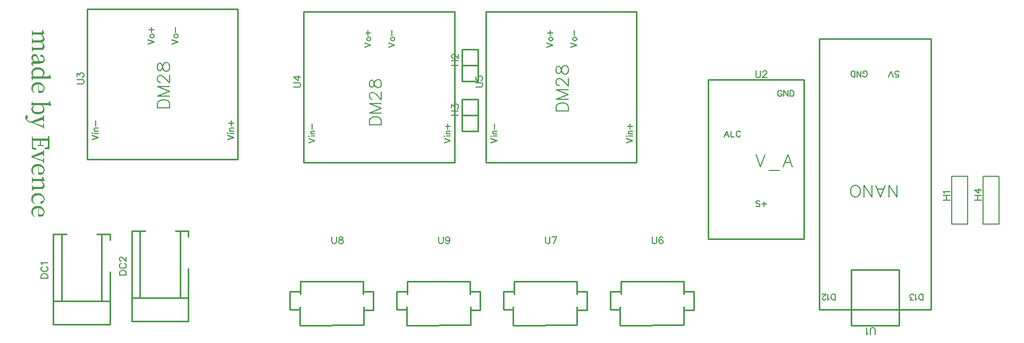
<source format=gto>
G04 Layer: TopSilkLayer*
G04 EasyEDA v6.4.7, 2021-03-07T11:36:16+08:00*
G04 29a609c2d2ff474892d28cb6706061f2,5c8f5cfc3ab7496db0bfa80374e2e714,10*
G04 Gerber Generator version 0.2*
G04 Scale: 100 percent, Rotated: No, Reflected: No *
G04 Dimensions in millimeters *
G04 leading zeros omitted , absolute positions ,3 integer and 3 decimal *
%FSLAX33Y33*%
%MOMM*%
G90*
D02*

%ADD18C,0.203200*%
%ADD19C,0.202999*%
%ADD20C,0.254000*%
%ADD22C,0.152400*%

%LPD*%
G54D18*
G01X160230Y18095D02*
G01X160230Y16190D01*
G01X162770Y16190D01*
G01X162770Y23810D01*
G01X160230Y23810D01*
G54D19*
G01X160230Y23810D02*
G01X160230Y18095D01*
G54D18*
G01X155230Y18095D02*
G01X155230Y16190D01*
G01X157770Y16190D01*
G01X157770Y23810D01*
G01X155230Y23810D01*
G54D19*
G01X155230Y23810D02*
G01X155230Y18095D01*
G54D20*
G01X77230Y33499D02*
G01X79770Y33499D01*
G01X77230Y36040D02*
G01X79770Y36040D01*
G01X79770Y30960D01*
G01X77230Y30960D01*
G01X77230Y30960D02*
G01X77230Y36040D01*
G01X77230Y41499D02*
G01X79770Y41499D01*
G01X77230Y44039D02*
G01X79770Y44039D01*
G01X79770Y38959D01*
G01X77230Y38959D01*
G01X77230Y38959D02*
G01X77230Y44039D01*
G01X85500Y4999D02*
G01X85500Y6999D01*
G01X95500Y6999D01*
G01X95500Y4999D01*
G01X95539Y49D02*
G01X95539Y2949D01*
G01X85379Y5D02*
G01X85379Y2949D01*
G01X85379Y5D02*
G01X95539Y49D01*
G01X97109Y5440D02*
G01X97109Y2449D01*
G01X83809Y5415D02*
G01X83809Y2519D01*
G01X95539Y2449D02*
G01X97109Y2449D01*
G01X83809Y2519D02*
G01X85379Y2519D01*
G01X95539Y5440D02*
G01X97109Y5440D01*
G01X83809Y5415D02*
G01X85379Y5415D01*
G01X68500Y4999D02*
G01X68500Y6999D01*
G01X78499Y6999D01*
G01X78499Y4999D01*
G01X78539Y49D02*
G01X78539Y2949D01*
G01X68379Y5D02*
G01X68379Y2949D01*
G01X68379Y5D02*
G01X78539Y49D01*
G01X80109Y5440D02*
G01X80109Y2449D01*
G01X66809Y5415D02*
G01X66809Y2519D01*
G01X78539Y2449D02*
G01X80109Y2449D01*
G01X66809Y2519D02*
G01X68379Y2519D01*
G01X78539Y5440D02*
G01X80109Y5440D01*
G01X66809Y5415D02*
G01X68379Y5415D01*
G01X51500Y4999D02*
G01X51500Y6999D01*
G01X61500Y6999D01*
G01X61500Y4999D01*
G01X61539Y49D02*
G01X61539Y2949D01*
G01X51379Y5D02*
G01X51379Y2949D01*
G01X51379Y5D02*
G01X61539Y49D01*
G01X63109Y5440D02*
G01X63109Y2449D01*
G01X49809Y5415D02*
G01X49809Y2519D01*
G01X61539Y2449D02*
G01X63109Y2449D01*
G01X49809Y2519D02*
G01X51379Y2519D01*
G01X61539Y5440D02*
G01X63109Y5440D01*
G01X49809Y5415D02*
G01X51379Y5415D01*
G01X102500Y4999D02*
G01X102500Y6999D01*
G01X112500Y6999D01*
G01X112500Y4999D01*
G01X112539Y49D02*
G01X112539Y2949D01*
G01X102379Y5D02*
G01X102379Y2949D01*
G01X102379Y5D02*
G01X112539Y49D01*
G01X114109Y5440D02*
G01X114109Y2449D01*
G01X100809Y5415D02*
G01X100809Y2519D01*
G01X112539Y2449D02*
G01X114109Y2449D01*
G01X100809Y2519D02*
G01X102379Y2519D01*
G01X112539Y5440D02*
G01X114109Y5440D01*
G01X100809Y5415D02*
G01X102379Y5415D01*
G01X17500Y26500D02*
G01X17500Y50499D01*
G01X41499Y50499D01*
G01X41499Y26500D01*
G01X17500Y26500D01*
G01X81000Y26000D02*
G01X81000Y49999D01*
G01X104999Y49999D01*
G01X104999Y26000D01*
G01X81000Y26000D01*
G01X52000Y26000D02*
G01X52000Y49999D01*
G01X76000Y49999D01*
G01X76000Y26000D01*
G01X52000Y26000D01*
G01X21149Y200D02*
G01X12149Y200D01*
G01X12149Y200D02*
G01X12149Y14600D01*
G01X21149Y3900D02*
G01X12149Y3900D01*
G01X19849Y3980D02*
G01X19849Y14600D01*
G01X13449Y3980D02*
G01X13449Y14600D01*
G01X12149Y14600D02*
G01X14225Y14600D01*
G01X19074Y14600D02*
G01X21149Y14600D01*
G01X21149Y200D02*
G01X21149Y8585D01*
G01X21149Y13614D02*
G01X21149Y14600D01*
G01X33649Y700D02*
G01X24649Y700D01*
G01X24649Y700D02*
G01X24649Y15100D01*
G01X33649Y4400D02*
G01X24649Y4400D01*
G01X32349Y4480D02*
G01X32349Y15100D01*
G01X25949Y4480D02*
G01X25949Y15100D01*
G01X24649Y15100D02*
G01X26725Y15100D01*
G01X31574Y15100D02*
G01X33649Y15100D01*
G01X33649Y700D02*
G01X33649Y9085D01*
G01X33649Y14114D02*
G01X33649Y15100D01*
G01X151890Y2529D02*
G01X134110Y2529D01*
G01X134110Y45709D01*
G01X151890Y45709D01*
G01X151890Y2529D01*
G01X146810Y-10D02*
G01X139190Y-10D01*
G01X139190Y8879D01*
G01X146810Y8879D01*
G01X146810Y-10D01*
G01X116380Y39199D02*
G01X131620Y39199D01*
G01X131620Y13799D01*
G01X116380Y13799D01*
G01X116380Y39199D01*

%LPD*%
G36*
G01X10497Y47099D02*
G01X10373Y47099D01*
G01X10337Y46766D01*
G01X10276Y46763D01*
G01X10214Y46760D01*
G01X10153Y46759D01*
G01X10089Y46757D01*
G01X10022Y46757D01*
G01X9950Y46756D01*
G01X9468Y46756D01*
G01X9411Y46757D01*
G01X9290Y46757D01*
G01X9229Y46758D01*
G01X9167Y46759D01*
G01X9105Y46759D01*
G01X9044Y46760D01*
G01X8984Y46761D01*
G01X8927Y46762D01*
G01X8872Y46764D01*
G01X8826Y47071D01*
G01X8697Y47071D01*
G01X8697Y46111D01*
G01X8826Y46111D01*
G01X8872Y46401D01*
G01X8927Y46402D01*
G01X8984Y46403D01*
G01X9044Y46404D01*
G01X9167Y46406D01*
G01X9229Y46406D01*
G01X9290Y46407D01*
G01X9351Y46407D01*
G01X9411Y46408D01*
G01X10190Y46408D01*
G01X10236Y46356D01*
G01X10278Y46305D01*
G01X10314Y46256D01*
G01X10347Y46209D01*
G01X10375Y46162D01*
G01X10399Y46116D01*
G01X10420Y46071D01*
G01X10436Y46026D01*
G01X10449Y45981D01*
G01X10457Y45935D01*
G01X10462Y45889D01*
G01X10464Y45842D01*
G01X10461Y45786D01*
G01X10453Y45734D01*
G01X10439Y45689D01*
G01X10417Y45648D01*
G01X10389Y45612D01*
G01X10353Y45582D01*
G01X10310Y45556D01*
G01X10257Y45535D01*
G01X10196Y45519D01*
G01X10126Y45508D01*
G01X10046Y45501D01*
G01X9956Y45499D01*
G01X9465Y45499D01*
G01X9407Y45500D01*
G01X9286Y45500D01*
G01X9162Y45502D01*
G01X9101Y45502D01*
G01X9041Y45503D01*
G01X8982Y45504D01*
G01X8925Y45505D01*
G01X8872Y45507D01*
G01X8826Y45822D01*
G01X8697Y45822D01*
G01X8697Y44861D01*
G01X8826Y44861D01*
G01X8872Y45149D01*
G01X8925Y45150D01*
G01X8982Y45152D01*
G01X9041Y45153D01*
G01X9101Y45155D01*
G01X9162Y45156D01*
G01X9224Y45156D01*
G01X9286Y45157D01*
G01X9347Y45158D01*
G01X9465Y45158D01*
G01X9520Y45159D01*
G01X10030Y45159D01*
G01X10085Y45162D01*
G01X10136Y45166D01*
G01X10185Y45171D01*
G01X10233Y45117D01*
G01X10276Y45064D01*
G01X10314Y45013D01*
G01X10348Y44964D01*
G01X10377Y44915D01*
G01X10401Y44868D01*
G01X10421Y44822D01*
G01X10437Y44777D01*
G01X10449Y44732D01*
G01X10458Y44688D01*
G01X10462Y44644D01*
G01X10464Y44600D01*
G01X10462Y44542D01*
G01X10454Y44490D01*
G01X10441Y44443D01*
G01X10421Y44402D01*
G01X10394Y44365D01*
G01X10360Y44334D01*
G01X10318Y44308D01*
G01X10266Y44286D01*
G01X10206Y44270D01*
G01X10136Y44258D01*
G01X10056Y44251D01*
G01X9964Y44249D01*
G01X9465Y44249D01*
G01X9407Y44250D01*
G01X9286Y44250D01*
G01X9162Y44252D01*
G01X9101Y44252D01*
G01X9041Y44253D01*
G01X8982Y44254D01*
G01X8925Y44255D01*
G01X8872Y44257D01*
G01X8826Y44564D01*
G01X8697Y44564D01*
G01X8697Y43609D01*
G01X8826Y43609D01*
G01X8872Y43901D01*
G01X8925Y43902D01*
G01X8982Y43903D01*
G01X9041Y43904D01*
G01X9101Y43905D01*
G01X9162Y43906D01*
G01X9224Y43907D01*
G01X9286Y43907D01*
G01X9347Y43908D01*
G01X9465Y43908D01*
G01X9520Y43909D01*
G01X10007Y43909D01*
G01X10100Y43911D01*
G01X10186Y43918D01*
G01X10264Y43929D01*
G01X10336Y43945D01*
G01X10403Y43964D01*
G01X10461Y43989D01*
G01X10515Y44017D01*
G01X10562Y44049D01*
G01X10602Y44085D01*
G01X10637Y44125D01*
G01X10667Y44169D01*
G01X10690Y44216D01*
G01X10708Y44268D01*
G01X10721Y44323D01*
G01X10729Y44380D01*
G01X10731Y44442D01*
G01X10730Y44492D01*
G01X10725Y44542D01*
G01X10717Y44592D01*
G01X10707Y44642D01*
G01X10694Y44691D01*
G01X10677Y44740D01*
G01X10657Y44788D01*
G01X10634Y44837D01*
G01X10608Y44884D01*
G01X10579Y44931D01*
G01X10547Y44977D01*
G01X10511Y45023D01*
G01X10473Y45068D01*
G01X10431Y45111D01*
G01X10386Y45155D01*
G01X10337Y45197D01*
G01X10403Y45217D01*
G01X10462Y45241D01*
G01X10515Y45268D01*
G01X10562Y45300D01*
G01X10602Y45335D01*
G01X10637Y45375D01*
G01X10666Y45418D01*
G01X10690Y45464D01*
G01X10708Y45516D01*
G01X10721Y45570D01*
G01X10729Y45629D01*
G01X10731Y45692D01*
G01X10728Y45756D01*
G01X10719Y45821D01*
G01X10704Y45885D01*
G01X10683Y45949D01*
G01X10658Y46013D01*
G01X10627Y46076D01*
G01X10591Y46137D01*
G01X10551Y46198D01*
G01X10507Y46256D01*
G01X10458Y46313D01*
G01X10406Y46368D01*
G01X10350Y46421D01*
G01X10688Y46454D01*
G01X10726Y46512D01*
G01X10497Y47099D01*
G37*

%LPD*%
G36*
G01X9201Y43290D02*
G01X9154Y43292D01*
G01X9093Y43289D01*
G01X9035Y43281D01*
G01X8982Y43267D01*
G01X8932Y43248D01*
G01X8887Y43225D01*
G01X8845Y43198D01*
G01X8807Y43166D01*
G01X8773Y43130D01*
G01X8742Y43091D01*
G01X8716Y43049D01*
G01X8694Y43003D01*
G01X8676Y42955D01*
G01X8662Y42905D01*
G01X8651Y42852D01*
G01X8645Y42797D01*
G01X8643Y42741D01*
G01X8645Y42680D01*
G01X8652Y42623D01*
G01X8664Y42569D01*
G01X8680Y42518D01*
G01X8701Y42468D01*
G01X8726Y42420D01*
G01X8756Y42371D01*
G01X8791Y42324D01*
G01X8831Y42274D01*
G01X8875Y42224D01*
G01X8924Y42171D01*
G01X8979Y42116D01*
G01X8906Y42098D01*
G01X8841Y42071D01*
G01X8786Y42036D01*
G01X8738Y41993D01*
G01X8701Y41942D01*
G01X8673Y41883D01*
G01X8657Y41816D01*
G01X8651Y41742D01*
G01X8653Y41689D01*
G01X8662Y41638D01*
G01X8677Y41590D01*
G01X8698Y41544D01*
G01X8728Y41501D01*
G01X8764Y41459D01*
G01X8810Y41420D01*
G01X8864Y41384D01*
G01X8943Y41460D01*
G01X8900Y41500D01*
G01X8868Y41538D01*
G01X8848Y41580D01*
G01X8841Y41628D01*
G01X8844Y41662D01*
G01X8855Y41692D01*
G01X8873Y41717D01*
G01X8900Y41739D01*
G01X8936Y41757D01*
G01X8983Y41770D01*
G01X9040Y41777D01*
G01X9108Y41780D01*
G01X10015Y41780D01*
G01X10090Y41782D01*
G01X10161Y41787D01*
G01X10227Y41794D01*
G01X10288Y41805D01*
G01X10345Y41820D01*
G01X10398Y41837D01*
G01X10446Y41858D01*
G01X10491Y41882D01*
G01X10531Y41909D01*
G01X10567Y41939D01*
G01X10600Y41973D01*
G01X10628Y42010D01*
G01X10653Y42051D01*
G01X10674Y42094D01*
G01X10692Y42142D01*
G01X10706Y42192D01*
G01X10717Y42246D01*
G01X10725Y42303D01*
G01X10730Y42364D01*
G01X10731Y42428D01*
G01X10729Y42507D01*
G01X10722Y42583D01*
G01X10711Y42656D01*
G01X10696Y42725D01*
G01X10676Y42791D01*
G01X10652Y42853D01*
G01X10624Y42911D01*
G01X10593Y42965D01*
G01X10558Y43015D01*
G01X10519Y43061D01*
G01X10477Y43102D01*
G01X10431Y43139D01*
G01X10382Y43170D01*
G01X10329Y43197D01*
G01X10274Y43219D01*
G01X10216Y43236D01*
G01X10147Y43217D01*
G01X10097Y43180D01*
G01X10066Y43124D01*
G01X10056Y43048D01*
G01X10068Y42975D01*
G01X10105Y42916D01*
G01X10166Y42871D01*
G01X10251Y42840D01*
G01X10536Y42758D01*
G01X10551Y42695D01*
G01X10562Y42635D01*
G01X10569Y42578D01*
G01X10571Y42522D01*
G01X10569Y42455D01*
G01X10561Y42395D01*
G01X10548Y42341D01*
G01X10528Y42293D01*
G01X10501Y42252D01*
G01X10466Y42217D01*
G01X10423Y42187D01*
G01X10370Y42164D01*
G01X10308Y42146D01*
G01X10234Y42133D01*
G01X10150Y42125D01*
G01X10053Y42123D01*
G01X9923Y42123D01*
G01X9908Y42186D01*
G01X9892Y42250D01*
G01X9876Y42313D01*
G01X9858Y42376D01*
G01X9841Y42436D01*
G01X9822Y42495D01*
G01X9804Y42551D01*
G01X9786Y42603D01*
G01X9750Y42700D01*
G01X9713Y42789D01*
G01X9677Y42869D01*
G01X9641Y42940D01*
G01X9604Y43004D01*
G01X9567Y43060D01*
G01X9530Y43109D01*
G01X9492Y43151D01*
G01X9453Y43187D01*
G01X9414Y43217D01*
G01X9373Y43241D01*
G01X9332Y43260D01*
G01X9289Y43274D01*
G01X9246Y43284D01*
G01X9201Y43290D01*
G37*

%LPC*%
G36*
G01X9248Y42937D02*
G01X9210Y42939D01*
G01X9131Y42932D01*
G01X9065Y42913D01*
G01X9009Y42882D01*
G01X8964Y42842D01*
G01X8930Y42792D01*
G01X8906Y42734D01*
G01X8892Y42669D01*
G01X8887Y42598D01*
G01X8890Y42545D01*
G01X8899Y42494D01*
G01X8916Y42444D01*
G01X8940Y42392D01*
G01X8973Y42336D01*
G01X9016Y42274D01*
G01X9068Y42204D01*
G01X9131Y42123D01*
G01X9794Y42123D01*
G01X9777Y42178D01*
G01X9761Y42233D01*
G01X9744Y42285D01*
G01X9711Y42384D01*
G01X9695Y42429D01*
G01X9681Y42470D01*
G01X9667Y42507D01*
G01X9631Y42592D01*
G01X9595Y42666D01*
G01X9558Y42728D01*
G01X9520Y42781D01*
G01X9481Y42825D01*
G01X9443Y42860D01*
G01X9404Y42887D01*
G01X9365Y42908D01*
G01X9326Y42922D01*
G01X9286Y42932D01*
G01X9248Y42937D01*
G37*

%LPD*%
G36*
G01X9735Y41169D02*
G01X9667Y41171D01*
G01X9602Y41169D01*
G01X9539Y41165D01*
G01X9478Y41159D01*
G01X9418Y41150D01*
G01X9360Y41138D01*
G01X9304Y41125D01*
G01X9250Y41108D01*
G01X9197Y41090D01*
G01X9147Y41069D01*
G01X9098Y41046D01*
G01X9052Y41021D01*
G01X9008Y40994D01*
G01X8966Y40964D01*
G01X8926Y40933D01*
G01X8889Y40900D01*
G01X8854Y40865D01*
G01X8822Y40827D01*
G01X8792Y40788D01*
G01X8764Y40748D01*
G01X8739Y40706D01*
G01X8717Y40662D01*
G01X8698Y40616D01*
G01X8681Y40569D01*
G01X8668Y40521D01*
G01X8657Y40470D01*
G01X8649Y40419D01*
G01X8645Y40366D01*
G01X8643Y40312D01*
G01X8645Y40250D01*
G01X8652Y40191D01*
G01X8663Y40135D01*
G01X8678Y40081D01*
G01X8698Y40029D01*
G01X8721Y39980D01*
G01X8748Y39933D01*
G01X8780Y39888D01*
G01X8814Y39844D01*
G01X8853Y39803D01*
G01X8895Y39764D01*
G01X8940Y39726D01*
G01X8653Y39703D01*
G01X8697Y39055D01*
G01X8826Y39055D01*
G01X8864Y39395D01*
G01X11158Y39395D01*
G01X11752Y39383D01*
G01X11783Y39436D01*
G01X11607Y40081D01*
G01X11480Y40081D01*
G01X11450Y39731D01*
G01X10459Y39731D01*
G01X10508Y39774D01*
G01X10551Y39819D01*
G01X10588Y39863D01*
G01X10621Y39907D01*
G01X10649Y39952D01*
G01X10672Y39997D01*
G01X10691Y40043D01*
G01X10706Y40089D01*
G01X10717Y40136D01*
G01X10725Y40183D01*
G01X10730Y40231D01*
G01X10731Y40279D01*
G01X10730Y40334D01*
G01X10725Y40387D01*
G01X10717Y40439D01*
G01X10706Y40490D01*
G01X10692Y40540D01*
G01X10675Y40588D01*
G01X10656Y40635D01*
G01X10633Y40680D01*
G01X10608Y40724D01*
G01X10580Y40767D01*
G01X10549Y40807D01*
G01X10516Y40845D01*
G01X10480Y40882D01*
G01X10442Y40917D01*
G01X10401Y40950D01*
G01X10357Y40981D01*
G01X10312Y41010D01*
G01X10264Y41037D01*
G01X10214Y41062D01*
G01X10161Y41083D01*
G01X10106Y41103D01*
G01X10049Y41121D01*
G01X9991Y41136D01*
G01X9930Y41148D01*
G01X9867Y41158D01*
G01X9802Y41165D01*
G01X9735Y41169D01*
G37*

%LPC*%
G36*
G01X9766Y40803D02*
G01X9680Y40805D01*
G01X9595Y40803D01*
G01X9516Y40797D01*
G01X9441Y40788D01*
G01X9371Y40776D01*
G01X9307Y40760D01*
G01X9246Y40742D01*
G01X9190Y40719D01*
G01X9140Y40695D01*
G01X9093Y40667D01*
G01X9051Y40636D01*
G01X9013Y40604D01*
G01X8980Y40568D01*
G01X8950Y40531D01*
G01X8925Y40491D01*
G01X8903Y40449D01*
G01X8887Y40405D01*
G01X8873Y40360D01*
G01X8864Y40312D01*
G01X8858Y40264D01*
G01X8857Y40213D01*
G01X8859Y40147D01*
G01X8868Y40084D01*
G01X8884Y40025D01*
G01X8907Y39967D01*
G01X8939Y39911D01*
G01X8980Y39854D01*
G01X9031Y39797D01*
G01X9093Y39738D01*
G01X10299Y39738D01*
G01X10357Y39806D01*
G01X10405Y39870D01*
G01X10443Y39931D01*
G01X10473Y39991D01*
G01X10494Y40048D01*
G01X10509Y40103D01*
G01X10517Y40157D01*
G01X10520Y40211D01*
G01X10518Y40258D01*
G01X10513Y40305D01*
G01X10504Y40351D01*
G01X10490Y40395D01*
G01X10473Y40438D01*
G01X10451Y40480D01*
G01X10426Y40520D01*
G01X10396Y40558D01*
G01X10362Y40594D01*
G01X10324Y40628D01*
G01X10281Y40659D01*
G01X10233Y40688D01*
G01X10181Y40714D01*
G01X10124Y40737D01*
G01X10063Y40757D01*
G01X9996Y40774D01*
G01X9924Y40787D01*
G01X9848Y40797D01*
G01X9766Y40803D01*
G37*

%LPD*%
G36*
G01X9740Y38794D02*
G01X9672Y38796D01*
G01X9603Y38794D01*
G01X9536Y38790D01*
G01X9472Y38783D01*
G01X9409Y38773D01*
G01X9349Y38760D01*
G01X9292Y38745D01*
G01X9236Y38727D01*
G01X9182Y38707D01*
G01X9131Y38684D01*
G01X9083Y38659D01*
G01X9036Y38632D01*
G01X8993Y38602D01*
G01X8952Y38570D01*
G01X8913Y38535D01*
G01X8876Y38499D01*
G01X8842Y38461D01*
G01X8811Y38420D01*
G01X8782Y38377D01*
G01X8757Y38333D01*
G01X8733Y38286D01*
G01X8712Y38239D01*
G01X8694Y38189D01*
G01X8678Y38137D01*
G01X8666Y38084D01*
G01X8656Y38029D01*
G01X8649Y37973D01*
G01X8644Y37915D01*
G01X8643Y37856D01*
G01X8645Y37788D01*
G01X8651Y37722D01*
G01X8662Y37659D01*
G01X8676Y37598D01*
G01X8695Y37539D01*
G01X8716Y37483D01*
G01X8742Y37430D01*
G01X8771Y37379D01*
G01X8804Y37331D01*
G01X8839Y37285D01*
G01X8879Y37242D01*
G01X8921Y37202D01*
G01X8966Y37164D01*
G01X9014Y37129D01*
G01X9064Y37096D01*
G01X9118Y37066D01*
G01X9177Y37150D01*
G01X9133Y37188D01*
G01X9091Y37226D01*
G01X9053Y37266D01*
G01X9018Y37308D01*
G01X8986Y37351D01*
G01X8958Y37396D01*
G01X8933Y37445D01*
G01X8913Y37496D01*
G01X8896Y37550D01*
G01X8884Y37608D01*
G01X8877Y37670D01*
G01X8874Y37737D01*
G01X8876Y37797D01*
G01X8883Y37855D01*
G01X8893Y37911D01*
G01X8908Y37965D01*
G01X8927Y38016D01*
G01X8950Y38065D01*
G01X8977Y38112D01*
G01X9008Y38155D01*
G01X9043Y38196D01*
G01X9083Y38234D01*
G01X9126Y38269D01*
G01X9174Y38301D01*
G01X9226Y38329D01*
G01X9282Y38354D01*
G01X9342Y38376D01*
G01X9407Y38394D01*
G01X9475Y38409D01*
G01X9548Y38420D01*
G01X9624Y38427D01*
G01X9705Y38430D01*
G01X9702Y37089D01*
G01X9749Y37077D01*
G01X9804Y37067D01*
G01X9866Y37061D01*
G01X9934Y37059D01*
G01X10006Y37061D01*
G01X10075Y37068D01*
G01X10142Y37080D01*
G01X10205Y37097D01*
G01X10266Y37118D01*
G01X10323Y37142D01*
G01X10377Y37171D01*
G01X10427Y37204D01*
G01X10474Y37241D01*
G01X10517Y37281D01*
G01X10556Y37324D01*
G01X10592Y37371D01*
G01X10624Y37421D01*
G01X10652Y37474D01*
G01X10676Y37529D01*
G01X10695Y37587D01*
G01X10711Y37647D01*
G01X10722Y37709D01*
G01X10729Y37774D01*
G01X10731Y37841D01*
G01X10730Y37895D01*
G01X10725Y37950D01*
G01X10717Y38003D01*
G01X10706Y38055D01*
G01X10692Y38107D01*
G01X10675Y38157D01*
G01X10656Y38206D01*
G01X10634Y38254D01*
G01X10608Y38301D01*
G01X10580Y38346D01*
G01X10550Y38390D01*
G01X10516Y38432D01*
G01X10481Y38472D01*
G01X10443Y38510D01*
G01X10401Y38547D01*
G01X10358Y38582D01*
G01X10313Y38614D01*
G01X10265Y38644D01*
G01X10215Y38671D01*
G01X10163Y38696D01*
G01X10108Y38719D01*
G01X10052Y38739D01*
G01X9994Y38756D01*
G01X9933Y38770D01*
G01X9870Y38781D01*
G01X9806Y38789D01*
G01X9740Y38794D01*
G37*

%LPC*%
G36*
G01X9952Y38417D02*
G01X9862Y38428D01*
G01X9855Y37622D01*
G01X9859Y37560D01*
G01X9872Y37510D01*
G01X9891Y37471D01*
G01X9919Y37442D01*
G01X9952Y37421D01*
G01X9992Y37408D01*
G01X10037Y37401D01*
G01X10086Y37399D01*
G01X10150Y37403D01*
G01X10211Y37414D01*
G01X10271Y37433D01*
G01X10327Y37458D01*
G01X10379Y37490D01*
G01X10425Y37527D01*
G01X10467Y37571D01*
G01X10503Y37619D01*
G01X10532Y37673D01*
G01X10553Y37731D01*
G01X10567Y37793D01*
G01X10571Y37859D01*
G01X10569Y37907D01*
G01X10561Y37955D01*
G01X10548Y38002D01*
G01X10530Y38050D01*
G01X10506Y38095D01*
G01X10477Y38140D01*
G01X10443Y38182D01*
G01X10403Y38223D01*
G01X10356Y38261D01*
G01X10304Y38296D01*
G01X10246Y38328D01*
G01X10182Y38357D01*
G01X10111Y38381D01*
G01X10035Y38401D01*
G01X9952Y38417D01*
G37*

%LPD*%
G36*
G01X11607Y35776D02*
G01X11480Y35776D01*
G01X11447Y35436D01*
G01X9411Y35436D01*
G01X9351Y35437D01*
G01X9290Y35438D01*
G01X9229Y35438D01*
G01X9105Y35440D01*
G01X9044Y35441D01*
G01X8984Y35442D01*
G01X8927Y35442D01*
G01X8872Y35443D01*
G01X8826Y35756D01*
G01X8697Y35756D01*
G01X8653Y35136D01*
G01X8940Y35100D01*
G01X8886Y35053D01*
G01X8837Y35005D01*
G01X8795Y34957D01*
G01X8760Y34908D01*
G01X8729Y34858D01*
G01X8704Y34809D01*
G01X8684Y34759D01*
G01X8668Y34709D01*
G01X8657Y34659D01*
G01X8649Y34610D01*
G01X8644Y34561D01*
G01X8643Y34514D01*
G01X8645Y34460D01*
G01X8650Y34408D01*
G01X8658Y34357D01*
G01X8669Y34308D01*
G01X8683Y34260D01*
G01X8701Y34213D01*
G01X8721Y34168D01*
G01X8744Y34124D01*
G01X8770Y34082D01*
G01X8798Y34042D01*
G01X8830Y34003D01*
G01X8863Y33966D01*
G01X8900Y33931D01*
G01X8939Y33898D01*
G01X8980Y33867D01*
G01X9024Y33837D01*
G01X9070Y33810D01*
G01X9117Y33785D01*
G01X9168Y33762D01*
G01X9220Y33741D01*
G01X9274Y33723D01*
G01X9331Y33706D01*
G01X9389Y33692D01*
G01X9448Y33681D01*
G01X9510Y33672D01*
G01X9573Y33665D01*
G01X9638Y33661D01*
G01X9705Y33660D01*
G01X9784Y33662D01*
G01X9860Y33667D01*
G01X9934Y33676D01*
G01X10005Y33688D01*
G01X10073Y33703D01*
G01X10137Y33722D01*
G01X10199Y33742D01*
G01X10258Y33767D01*
G01X10313Y33794D01*
G01X10365Y33823D01*
G01X10414Y33856D01*
G01X10460Y33890D01*
G01X10502Y33927D01*
G01X10541Y33966D01*
G01X10576Y34008D01*
G01X10608Y34051D01*
G01X10637Y34096D01*
G01X10662Y34143D01*
G01X10682Y34192D01*
G01X10700Y34242D01*
G01X10713Y34294D01*
G01X10723Y34347D01*
G01X10729Y34402D01*
G01X10731Y34458D01*
G01X10729Y34513D01*
G01X10723Y34568D01*
G01X10712Y34623D01*
G01X10698Y34678D01*
G01X10679Y34733D01*
G01X10656Y34787D01*
G01X10628Y34841D01*
G01X10596Y34895D01*
G01X10558Y34947D01*
G01X10517Y34999D01*
G01X10470Y35050D01*
G01X10419Y35100D01*
G01X11158Y35100D01*
G01X11752Y35090D01*
G01X11783Y35143D01*
G01X11607Y35776D01*
G37*

%LPC*%
G36*
G01X10282Y35093D02*
G01X9085Y35093D01*
G01X9028Y35029D01*
G01X8980Y34965D01*
G01X8940Y34901D01*
G01X8909Y34837D01*
G01X8885Y34774D01*
G01X8869Y34712D01*
G01X8860Y34650D01*
G01X8857Y34590D01*
G01X8858Y34545D01*
G01X8864Y34501D01*
G01X8873Y34459D01*
G01X8886Y34417D01*
G01X8902Y34376D01*
G01X8923Y34337D01*
G01X8948Y34299D01*
G01X8977Y34263D01*
G01X9010Y34229D01*
G01X9047Y34196D01*
G01X9089Y34166D01*
G01X9135Y34139D01*
G01X9186Y34114D01*
G01X9241Y34091D01*
G01X9301Y34072D01*
G01X9366Y34056D01*
G01X9436Y34043D01*
G01X9510Y34033D01*
G01X9590Y34028D01*
G01X9675Y34026D01*
G01X9756Y34027D01*
G01X9835Y34032D01*
G01X9908Y34041D01*
G01X9978Y34052D01*
G01X10043Y34066D01*
G01X10105Y34084D01*
G01X10162Y34104D01*
G01X10215Y34126D01*
G01X10263Y34152D01*
G01X10308Y34180D01*
G01X10348Y34210D01*
G01X10384Y34243D01*
G01X10416Y34278D01*
G01X10444Y34315D01*
G01X10467Y34354D01*
G01X10486Y34394D01*
G01X10501Y34437D01*
G01X10512Y34481D01*
G01X10518Y34527D01*
G01X10520Y34574D01*
G01X10518Y34624D01*
G01X10512Y34678D01*
G01X10500Y34735D01*
G01X10479Y34796D01*
G01X10449Y34862D01*
G01X10407Y34933D01*
G01X10352Y35010D01*
G01X10282Y35093D01*
G37*

%LPD*%
G36*
G01X7995Y33484D02*
G01X7919Y33520D01*
G01X7863Y33512D01*
G01X7812Y33490D01*
G01X7766Y33454D01*
G01X7728Y33408D01*
G01X7697Y33352D01*
G01X7674Y33289D01*
G01X7660Y33220D01*
G01X7655Y33147D01*
G01X7657Y33109D01*
G01X7661Y33071D01*
G01X7668Y33034D01*
G01X7679Y32998D01*
G01X7693Y32961D01*
G01X7710Y32925D01*
G01X7731Y32889D01*
G01X7755Y32854D01*
G01X7782Y32819D01*
G01X7813Y32784D01*
G01X7847Y32749D01*
G01X7885Y32714D01*
G01X7928Y32680D01*
G01X7973Y32646D01*
G01X8023Y32612D01*
G01X8076Y32578D01*
G01X8134Y32544D01*
G01X8195Y32510D01*
G01X8261Y32476D01*
G01X8331Y32443D01*
G01X8405Y32409D01*
G01X8483Y32376D01*
G01X8566Y32342D01*
G01X8653Y32309D01*
G01X10505Y31608D01*
G01X10543Y31374D01*
G01X10673Y31374D01*
G01X10673Y32182D01*
G01X10543Y32182D01*
G01X10503Y31806D01*
G01X9019Y32332D01*
G01X10505Y32880D01*
G01X10543Y32517D01*
G01X10673Y32517D01*
G01X10673Y33508D01*
G01X10543Y33508D01*
G01X10513Y33271D01*
G01X8575Y32494D01*
G01X8529Y32515D01*
G01X8467Y32538D01*
G01X8406Y32564D01*
G01X8346Y32591D01*
G01X8288Y32619D01*
G01X8232Y32649D01*
G01X8177Y32681D01*
G01X8126Y32715D01*
G01X8076Y32751D01*
G01X8030Y32789D01*
G01X7985Y32830D01*
G01X7944Y32873D01*
G01X7907Y32918D01*
G01X7937Y32949D01*
G01X8005Y33026D01*
G01X8052Y33097D01*
G01X8080Y33171D01*
G01X8090Y33254D01*
G01X8079Y33343D01*
G01X8048Y33422D01*
G01X7995Y33484D01*
G37*

%LPD*%
G36*
G01X8841Y30216D02*
G01X8697Y30216D01*
G01X8697Y28067D01*
G01X9438Y28044D01*
G01X9438Y28250D01*
G01X8880Y28362D01*
G01X8880Y29431D01*
G01X8934Y29432D01*
G01X9046Y29434D01*
G01X9101Y29435D01*
G01X9157Y29435D01*
G01X9269Y29437D01*
G01X9382Y29437D01*
G01X9440Y29438D01*
G01X9730Y29438D01*
G01X9790Y29439D01*
G01X10033Y29439D01*
G01X10033Y28806D01*
G01X9629Y28750D01*
G01X9629Y28578D01*
G01X10612Y28578D01*
G01X10612Y28750D01*
G01X10200Y28811D01*
G01X10200Y29439D01*
G01X10412Y29439D01*
G01X10482Y29438D01*
G01X10759Y29438D01*
G01X10828Y29437D01*
G01X10965Y29436D01*
G01X11033Y29435D01*
G01X11102Y29435D01*
G01X11170Y29434D01*
G01X11237Y29432D01*
G01X11305Y29431D01*
G01X11305Y28440D01*
G01X10754Y28331D01*
G01X10754Y28125D01*
G01X11488Y28148D01*
G01X11488Y30216D01*
G01X11343Y30216D01*
G01X11303Y29827D01*
G01X10889Y29821D01*
G01X10750Y29821D01*
G01X10611Y29820D01*
G01X9500Y29820D01*
G01X9432Y29821D01*
G01X9294Y29821D01*
G01X9156Y29823D01*
G01X8951Y29826D01*
G01X8882Y29827D01*
G01X8841Y30216D01*
G37*

%LPD*%
G36*
G01X10673Y27976D02*
G01X10536Y27976D01*
G01X10503Y27739D01*
G01X8669Y26990D01*
G01X8669Y26817D01*
G01X10482Y26137D01*
G01X10536Y25900D01*
G01X10673Y25900D01*
G01X10673Y26670D01*
G01X10536Y26670D01*
G01X10482Y26327D01*
G01X9088Y26810D01*
G01X10495Y27341D01*
G01X10536Y26977D01*
G01X10673Y26977D01*
G01X10673Y27976D01*
G37*

%LPD*%
G36*
G01X9740Y25754D02*
G01X9672Y25756D01*
G01X9603Y25754D01*
G01X9536Y25750D01*
G01X9472Y25742D01*
G01X9409Y25733D01*
G01X9349Y25720D01*
G01X9292Y25705D01*
G01X9236Y25687D01*
G01X9182Y25667D01*
G01X9131Y25644D01*
G01X9083Y25619D01*
G01X9036Y25591D01*
G01X8993Y25561D01*
G01X8952Y25529D01*
G01X8913Y25495D01*
G01X8876Y25458D01*
G01X8842Y25420D01*
G01X8811Y25379D01*
G01X8782Y25337D01*
G01X8757Y25292D01*
G01X8733Y25246D01*
G01X8712Y25197D01*
G01X8694Y25147D01*
G01X8678Y25095D01*
G01X8666Y25042D01*
G01X8656Y24987D01*
G01X8649Y24931D01*
G01X8644Y24873D01*
G01X8643Y24813D01*
G01X8645Y24745D01*
G01X8651Y24680D01*
G01X8662Y24617D01*
G01X8676Y24556D01*
G01X8695Y24498D01*
G01X8716Y24442D01*
G01X8742Y24389D01*
G01X8771Y24338D01*
G01X8804Y24291D01*
G01X8839Y24245D01*
G01X8879Y24202D01*
G01X8921Y24161D01*
G01X8966Y24123D01*
G01X9014Y24088D01*
G01X9064Y24056D01*
G01X9118Y24026D01*
G01X9177Y24110D01*
G01X9133Y24147D01*
G01X9091Y24185D01*
G01X9053Y24225D01*
G01X9018Y24266D01*
G01X8986Y24309D01*
G01X8958Y24355D01*
G01X8933Y24404D01*
G01X8913Y24455D01*
G01X8896Y24509D01*
G01X8884Y24568D01*
G01X8877Y24630D01*
G01X8874Y24696D01*
G01X8876Y24756D01*
G01X8883Y24814D01*
G01X8893Y24870D01*
G01X8908Y24924D01*
G01X8927Y24975D01*
G01X8950Y25024D01*
G01X8977Y25070D01*
G01X9008Y25113D01*
G01X9043Y25155D01*
G01X9083Y25193D01*
G01X9126Y25227D01*
G01X9174Y25259D01*
G01X9226Y25288D01*
G01X9282Y25313D01*
G01X9342Y25335D01*
G01X9407Y25354D01*
G01X9475Y25369D01*
G01X9548Y25379D01*
G01X9624Y25386D01*
G01X9705Y25390D01*
G01X9702Y24049D01*
G01X9749Y24035D01*
G01X9804Y24026D01*
G01X9866Y24020D01*
G01X9934Y24018D01*
G01X10006Y24020D01*
G01X10075Y24028D01*
G01X10142Y24040D01*
G01X10205Y24056D01*
G01X10266Y24077D01*
G01X10323Y24102D01*
G01X10377Y24131D01*
G01X10427Y24163D01*
G01X10474Y24200D01*
G01X10517Y24239D01*
G01X10556Y24282D01*
G01X10592Y24329D01*
G01X10624Y24379D01*
G01X10652Y24431D01*
G01X10676Y24486D01*
G01X10695Y24544D01*
G01X10711Y24604D01*
G01X10722Y24667D01*
G01X10729Y24731D01*
G01X10731Y24798D01*
G01X10730Y24853D01*
G01X10725Y24907D01*
G01X10717Y24961D01*
G01X10706Y25013D01*
G01X10692Y25065D01*
G01X10675Y25116D01*
G01X10656Y25165D01*
G01X10634Y25213D01*
G01X10608Y25260D01*
G01X10580Y25306D01*
G01X10550Y25349D01*
G01X10516Y25391D01*
G01X10481Y25432D01*
G01X10443Y25470D01*
G01X10401Y25507D01*
G01X10358Y25541D01*
G01X10313Y25573D01*
G01X10265Y25603D01*
G01X10215Y25631D01*
G01X10163Y25656D01*
G01X10108Y25678D01*
G01X10052Y25698D01*
G01X9994Y25715D01*
G01X9933Y25729D01*
G01X9870Y25741D01*
G01X9806Y25749D01*
G01X9740Y25754D01*
G37*

%LPC*%
G36*
G01X9952Y25374D02*
G01X9862Y25385D01*
G01X9855Y24582D01*
G01X9859Y24520D01*
G01X9872Y24469D01*
G01X9891Y24430D01*
G01X9919Y24400D01*
G01X9952Y24379D01*
G01X9992Y24366D01*
G01X10037Y24358D01*
G01X10086Y24356D01*
G01X10150Y24360D01*
G01X10211Y24371D01*
G01X10271Y24390D01*
G01X10327Y24416D01*
G01X10379Y24447D01*
G01X10425Y24485D01*
G01X10467Y24529D01*
G01X10503Y24578D01*
G01X10532Y24631D01*
G01X10553Y24689D01*
G01X10567Y24752D01*
G01X10571Y24818D01*
G01X10569Y24866D01*
G01X10561Y24914D01*
G01X10548Y24961D01*
G01X10530Y25008D01*
G01X10506Y25054D01*
G01X10477Y25098D01*
G01X10443Y25141D01*
G01X10403Y25182D01*
G01X10356Y25219D01*
G01X10304Y25255D01*
G01X10246Y25286D01*
G01X10182Y25315D01*
G01X10111Y25339D01*
G01X10035Y25359D01*
G01X9952Y25374D01*
G37*

%LPD*%
G36*
G01X10497Y23683D02*
G01X10373Y23683D01*
G01X10337Y23350D01*
G01X10276Y23347D01*
G01X10214Y23345D01*
G01X10153Y23344D01*
G01X10089Y23342D01*
G01X10022Y23341D01*
G01X9950Y23341D01*
G01X9873Y23340D01*
G01X9468Y23340D01*
G01X9411Y23341D01*
G01X9290Y23341D01*
G01X9229Y23342D01*
G01X9167Y23343D01*
G01X9105Y23343D01*
G01X9044Y23344D01*
G01X8984Y23345D01*
G01X8927Y23346D01*
G01X8872Y23348D01*
G01X8826Y23655D01*
G01X8697Y23655D01*
G01X8697Y22695D01*
G01X8826Y22695D01*
G01X8872Y22984D01*
G01X8927Y22985D01*
G01X8984Y22987D01*
G01X9044Y22988D01*
G01X9167Y22990D01*
G01X9229Y22990D01*
G01X9290Y22991D01*
G01X9351Y22991D01*
G01X9411Y22992D01*
G01X10190Y22992D01*
G01X10237Y22939D01*
G01X10279Y22887D01*
G01X10317Y22836D01*
G01X10350Y22786D01*
G01X10379Y22738D01*
G01X10403Y22690D01*
G01X10423Y22642D01*
G01X10439Y22595D01*
G01X10451Y22549D01*
G01X10460Y22503D01*
G01X10465Y22457D01*
G01X10467Y22410D01*
G01X10464Y22352D01*
G01X10455Y22300D01*
G01X10441Y22253D01*
G01X10419Y22212D01*
G01X10391Y22176D01*
G01X10355Y22145D01*
G01X10312Y22119D01*
G01X10260Y22099D01*
G01X10199Y22082D01*
G01X10129Y22071D01*
G01X10050Y22064D01*
G01X9962Y22062D01*
G01X9465Y22062D01*
G01X9407Y22063D01*
G01X9347Y22063D01*
G01X9286Y22064D01*
G01X9224Y22065D01*
G01X9101Y22067D01*
G01X9041Y22068D01*
G01X8982Y22069D01*
G01X8925Y22069D01*
G01X8872Y22070D01*
G01X8826Y22380D01*
G01X8697Y22380D01*
G01X8697Y21420D01*
G01X8826Y21420D01*
G01X8872Y21712D01*
G01X8925Y21713D01*
G01X8982Y21714D01*
G01X9041Y21715D01*
G01X9101Y21716D01*
G01X9162Y21717D01*
G01X9224Y21718D01*
G01X9286Y21718D01*
G01X9347Y21719D01*
G01X9465Y21719D01*
G01X9520Y21720D01*
G01X9972Y21720D01*
G01X10050Y21721D01*
G01X10124Y21725D01*
G01X10193Y21732D01*
G01X10257Y21741D01*
G01X10317Y21753D01*
G01X10373Y21768D01*
G01X10424Y21785D01*
G01X10472Y21805D01*
G01X10514Y21828D01*
G01X10553Y21854D01*
G01X10588Y21882D01*
G01X10619Y21913D01*
G01X10646Y21946D01*
G01X10669Y21982D01*
G01X10688Y22020D01*
G01X10704Y22062D01*
G01X10716Y22106D01*
G01X10724Y22152D01*
G01X10729Y22201D01*
G01X10731Y22253D01*
G01X10729Y22302D01*
G01X10724Y22350D01*
G01X10715Y22400D01*
G01X10704Y22450D01*
G01X10689Y22499D01*
G01X10671Y22548D01*
G01X10650Y22597D01*
G01X10627Y22646D01*
G01X10600Y22694D01*
G01X10571Y22741D01*
G01X10539Y22788D01*
G01X10505Y22834D01*
G01X10468Y22878D01*
G01X10429Y22921D01*
G01X10388Y22964D01*
G01X10345Y23005D01*
G01X10688Y23038D01*
G01X10726Y23096D01*
G01X10497Y23683D01*
G37*

%LPD*%
G36*
G01X9749Y21116D02*
G01X9680Y21118D01*
G01X9612Y21116D01*
G01X9547Y21111D01*
G01X9483Y21105D01*
G01X9421Y21095D01*
G01X9362Y21083D01*
G01X9304Y21067D01*
G01X9248Y21050D01*
G01X9195Y21030D01*
G01X9144Y21007D01*
G01X9095Y20982D01*
G01X9048Y20955D01*
G01X9004Y20925D01*
G01X8962Y20893D01*
G01X8922Y20859D01*
G01X8885Y20822D01*
G01X8850Y20784D01*
G01X8818Y20744D01*
G01X8789Y20701D01*
G01X8761Y20657D01*
G01X8737Y20611D01*
G01X8715Y20562D01*
G01X8697Y20513D01*
G01X8680Y20461D01*
G01X8667Y20407D01*
G01X8657Y20352D01*
G01X8649Y20296D01*
G01X8645Y20237D01*
G01X8643Y20178D01*
G01X8645Y20106D01*
G01X8652Y20038D01*
G01X8663Y19972D01*
G01X8677Y19910D01*
G01X8696Y19850D01*
G01X8719Y19794D01*
G01X8746Y19740D01*
G01X8776Y19690D01*
G01X8811Y19643D01*
G01X8849Y19599D01*
G01X8891Y19559D01*
G01X8937Y19521D01*
G01X8986Y19486D01*
G01X9039Y19455D01*
G01X9094Y19427D01*
G01X9154Y19403D01*
G01X9192Y19487D01*
G01X9144Y19522D01*
G01X9099Y19560D01*
G01X9058Y19601D01*
G01X9021Y19644D01*
G01X8988Y19691D01*
G01X8959Y19739D01*
G01X8933Y19790D01*
G01X8913Y19842D01*
G01X8896Y19897D01*
G01X8884Y19953D01*
G01X8876Y20011D01*
G01X8874Y20071D01*
G01X8876Y20130D01*
G01X8884Y20187D01*
G01X8895Y20242D01*
G01X8911Y20296D01*
G01X8930Y20347D01*
G01X8955Y20396D01*
G01X8983Y20442D01*
G01X9016Y20486D01*
G01X9053Y20526D01*
G01X9094Y20565D01*
G01X9139Y20600D01*
G01X9188Y20632D01*
G01X9241Y20660D01*
G01X9298Y20686D01*
G01X9359Y20708D01*
G01X9423Y20726D01*
G01X9491Y20740D01*
G01X9563Y20751D01*
G01X9638Y20757D01*
G01X9718Y20759D01*
G01X9797Y20757D01*
G01X9873Y20752D01*
G01X9945Y20742D01*
G01X10014Y20729D01*
G01X10079Y20713D01*
G01X10140Y20693D01*
G01X10198Y20670D01*
G01X10252Y20644D01*
G01X10301Y20614D01*
G01X10347Y20582D01*
G01X10389Y20547D01*
G01X10426Y20509D01*
G01X10460Y20468D01*
G01X10489Y20426D01*
G01X10514Y20380D01*
G01X10534Y20332D01*
G01X10550Y20282D01*
G01X10562Y20230D01*
G01X10569Y20175D01*
G01X10571Y20119D01*
G01X10569Y20069D01*
G01X10562Y20013D01*
G01X10549Y19955D01*
G01X10533Y19896D01*
G01X10238Y19815D01*
G01X10159Y19789D01*
G01X10098Y19746D01*
G01X10059Y19681D01*
G01X10045Y19594D01*
G01X10055Y19526D01*
G01X10082Y19473D01*
G01X10130Y19435D01*
G01X10198Y19411D01*
G01X10254Y19424D01*
G01X10309Y19444D01*
G01X10361Y19468D01*
G01X10411Y19498D01*
G01X10457Y19532D01*
G01X10502Y19571D01*
G01X10542Y19613D01*
G01X10580Y19660D01*
G01X10613Y19710D01*
G01X10643Y19764D01*
G01X10669Y19821D01*
G01X10691Y19881D01*
G01X10708Y19943D01*
G01X10721Y20007D01*
G01X10729Y20074D01*
G01X10731Y20142D01*
G01X10730Y20196D01*
G01X10725Y20250D01*
G01X10717Y20303D01*
G01X10707Y20356D01*
G01X10694Y20408D01*
G01X10678Y20459D01*
G01X10659Y20509D01*
G01X10638Y20558D01*
G01X10613Y20605D01*
G01X10586Y20651D01*
G01X10556Y20696D01*
G01X10524Y20739D01*
G01X10489Y20781D01*
G01X10452Y20820D01*
G01X10412Y20858D01*
G01X10369Y20894D01*
G01X10325Y20927D01*
G01X10278Y20958D01*
G01X10228Y20987D01*
G01X10175Y21013D01*
G01X10121Y21036D01*
G01X10065Y21057D01*
G01X10006Y21075D01*
G01X9945Y21090D01*
G01X9882Y21102D01*
G01X9816Y21110D01*
G01X9749Y21116D01*
G37*

%LPD*%
G36*
G01X9740Y19066D02*
G01X9672Y19068D01*
G01X9603Y19066D01*
G01X9536Y19062D01*
G01X9472Y19055D01*
G01X9409Y19045D01*
G01X9349Y19032D01*
G01X9292Y19017D01*
G01X9236Y18999D01*
G01X9182Y18979D01*
G01X9131Y18956D01*
G01X9083Y18931D01*
G01X9036Y18904D01*
G01X8993Y18874D01*
G01X8952Y18842D01*
G01X8913Y18807D01*
G01X8876Y18771D01*
G01X8842Y18733D01*
G01X8811Y18692D01*
G01X8782Y18649D01*
G01X8757Y18605D01*
G01X8733Y18558D01*
G01X8712Y18511D01*
G01X8694Y18461D01*
G01X8678Y18409D01*
G01X8666Y18356D01*
G01X8656Y18301D01*
G01X8649Y18245D01*
G01X8644Y18187D01*
G01X8643Y18128D01*
G01X8645Y18059D01*
G01X8651Y17994D01*
G01X8662Y17930D01*
G01X8676Y17869D01*
G01X8695Y17811D01*
G01X8716Y17755D01*
G01X8742Y17702D01*
G01X8771Y17651D01*
G01X8804Y17603D01*
G01X8839Y17557D01*
G01X8879Y17514D01*
G01X8921Y17474D01*
G01X8966Y17436D01*
G01X9014Y17401D01*
G01X9064Y17368D01*
G01X9118Y17338D01*
G01X9177Y17422D01*
G01X9133Y17459D01*
G01X9091Y17498D01*
G01X9053Y17538D01*
G01X9018Y17579D01*
G01X8986Y17623D01*
G01X8958Y17668D01*
G01X8933Y17717D01*
G01X8913Y17768D01*
G01X8896Y17822D01*
G01X8884Y17880D01*
G01X8877Y17942D01*
G01X8874Y18009D01*
G01X8876Y18069D01*
G01X8883Y18127D01*
G01X8893Y18183D01*
G01X8908Y18237D01*
G01X8927Y18288D01*
G01X8950Y18337D01*
G01X8977Y18384D01*
G01X9008Y18427D01*
G01X9043Y18468D01*
G01X9083Y18505D01*
G01X9126Y18540D01*
G01X9174Y18572D01*
G01X9226Y18601D01*
G01X9282Y18626D01*
G01X9342Y18648D01*
G01X9407Y18666D01*
G01X9475Y18681D01*
G01X9548Y18692D01*
G01X9624Y18698D01*
G01X9705Y18702D01*
G01X9702Y17361D01*
G01X9749Y17349D01*
G01X9804Y17339D01*
G01X9866Y17332D01*
G01X9934Y17330D01*
G01X10006Y17333D01*
G01X10075Y17340D01*
G01X10142Y17352D01*
G01X10205Y17369D01*
G01X10266Y17389D01*
G01X10323Y17414D01*
G01X10377Y17443D01*
G01X10427Y17476D01*
G01X10474Y17513D01*
G01X10517Y17553D01*
G01X10556Y17596D01*
G01X10592Y17643D01*
G01X10624Y17693D01*
G01X10652Y17745D01*
G01X10676Y17801D01*
G01X10695Y17859D01*
G01X10711Y17919D01*
G01X10722Y17981D01*
G01X10729Y18046D01*
G01X10731Y18113D01*
G01X10730Y18167D01*
G01X10725Y18221D01*
G01X10717Y18275D01*
G01X10706Y18327D01*
G01X10692Y18378D01*
G01X10675Y18429D01*
G01X10656Y18478D01*
G01X10634Y18526D01*
G01X10608Y18573D01*
G01X10580Y18618D01*
G01X10550Y18662D01*
G01X10516Y18704D01*
G01X10481Y18744D01*
G01X10443Y18782D01*
G01X10401Y18819D01*
G01X10358Y18853D01*
G01X10313Y18885D01*
G01X10265Y18915D01*
G01X10215Y18943D01*
G01X10163Y18968D01*
G01X10108Y18991D01*
G01X10052Y19010D01*
G01X9994Y19028D01*
G01X9933Y19042D01*
G01X9870Y19053D01*
G01X9806Y19061D01*
G01X9740Y19066D01*
G37*

%LPC*%
G36*
G01X9952Y18689D02*
G01X9862Y18699D01*
G01X9855Y17894D01*
G01X9859Y17832D01*
G01X9872Y17782D01*
G01X9891Y17743D01*
G01X9919Y17714D01*
G01X9952Y17693D01*
G01X9992Y17680D01*
G01X10037Y17673D01*
G01X10086Y17671D01*
G01X10150Y17674D01*
G01X10211Y17686D01*
G01X10271Y17705D01*
G01X10327Y17730D01*
G01X10379Y17762D01*
G01X10425Y17799D01*
G01X10467Y17843D01*
G01X10503Y17891D01*
G01X10532Y17945D01*
G01X10553Y18003D01*
G01X10567Y18065D01*
G01X10571Y18131D01*
G01X10569Y18179D01*
G01X10561Y18227D01*
G01X10548Y18274D01*
G01X10530Y18322D01*
G01X10506Y18367D01*
G01X10477Y18412D01*
G01X10443Y18454D01*
G01X10403Y18495D01*
G01X10356Y18533D01*
G01X10304Y18568D01*
G01X10246Y18600D01*
G01X10182Y18628D01*
G01X10111Y18653D01*
G01X10035Y18673D01*
G01X9952Y18689D01*
G37*

%LPD*%
G54D22*
G01X158822Y20000D02*
G01X159912Y20000D01*
G01X158822Y20726D02*
G01X159912Y20726D01*
G01X159341Y20000D02*
G01X159341Y20726D01*
G01X158822Y21590D02*
G01X159549Y21069D01*
G01X159549Y21849D01*
G01X158822Y21590D02*
G01X159912Y21590D01*
G01X153822Y20000D02*
G01X154912Y20000D01*
G01X153822Y20726D02*
G01X154912Y20726D01*
G01X154341Y20000D02*
G01X154341Y20726D01*
G01X154031Y21069D02*
G01X153977Y21173D01*
G01X153822Y21330D01*
G01X154912Y21330D01*
G01X75568Y33500D02*
G01X76658Y33500D01*
G01X75568Y34226D02*
G01X76658Y34226D01*
G01X76087Y33500D02*
G01X76087Y34226D01*
G01X75568Y34673D02*
G01X75568Y35244D01*
G01X75985Y34935D01*
G01X75985Y35090D01*
G01X76036Y35194D01*
G01X76087Y35244D01*
G01X76244Y35298D01*
G01X76348Y35298D01*
G01X76503Y35244D01*
G01X76607Y35140D01*
G01X76658Y34985D01*
G01X76658Y34830D01*
G01X76607Y34673D01*
G01X76556Y34622D01*
G01X76452Y34569D01*
G01X75568Y41499D02*
G01X76658Y41499D01*
G01X75568Y42226D02*
G01X76658Y42226D01*
G01X76087Y41499D02*
G01X76087Y42226D01*
G01X75827Y42622D02*
G01X75777Y42622D01*
G01X75673Y42673D01*
G01X75619Y42726D01*
G01X75568Y42830D01*
G01X75568Y43036D01*
G01X75619Y43140D01*
G01X75673Y43194D01*
G01X75777Y43244D01*
G01X75881Y43244D01*
G01X75985Y43194D01*
G01X76140Y43090D01*
G01X76658Y42569D01*
G01X76658Y43298D01*
G01X90500Y14137D02*
G01X90500Y13357D01*
G01X90550Y13202D01*
G01X90654Y13098D01*
G01X90812Y13047D01*
G01X90916Y13047D01*
G01X91071Y13098D01*
G01X91175Y13202D01*
G01X91226Y13357D01*
G01X91226Y14137D01*
G01X92298Y14137D02*
G01X91777Y13047D01*
G01X91569Y14137D02*
G01X92298Y14137D01*
G01X73500Y14137D02*
G01X73500Y13357D01*
G01X73550Y13202D01*
G01X73654Y13098D01*
G01X73812Y13047D01*
G01X73916Y13047D01*
G01X74071Y13098D01*
G01X74175Y13202D01*
G01X74226Y13357D01*
G01X74226Y14137D01*
G01X75244Y13773D02*
G01X75194Y13618D01*
G01X75090Y13514D01*
G01X74935Y13461D01*
G01X74881Y13461D01*
G01X74726Y13514D01*
G01X74622Y13618D01*
G01X74569Y13773D01*
G01X74569Y13824D01*
G01X74622Y13982D01*
G01X74726Y14086D01*
G01X74881Y14137D01*
G01X74935Y14137D01*
G01X75090Y14086D01*
G01X75194Y13982D01*
G01X75244Y13773D01*
G01X75244Y13514D01*
G01X75194Y13253D01*
G01X75090Y13098D01*
G01X74935Y13047D01*
G01X74830Y13047D01*
G01X74673Y13098D01*
G01X74622Y13202D01*
G01X56500Y14137D02*
G01X56500Y13357D01*
G01X56550Y13202D01*
G01X56654Y13098D01*
G01X56812Y13047D01*
G01X56916Y13047D01*
G01X57071Y13098D01*
G01X57175Y13202D01*
G01X57226Y13357D01*
G01X57226Y14137D01*
G01X57830Y14137D02*
G01X57673Y14086D01*
G01X57622Y13982D01*
G01X57622Y13878D01*
G01X57673Y13773D01*
G01X57777Y13720D01*
G01X57985Y13669D01*
G01X58140Y13618D01*
G01X58244Y13514D01*
G01X58298Y13410D01*
G01X58298Y13253D01*
G01X58244Y13149D01*
G01X58194Y13098D01*
G01X58036Y13047D01*
G01X57830Y13047D01*
G01X57673Y13098D01*
G01X57622Y13149D01*
G01X57569Y13253D01*
G01X57569Y13410D01*
G01X57622Y13514D01*
G01X57726Y13618D01*
G01X57881Y13669D01*
G01X58090Y13720D01*
G01X58194Y13773D01*
G01X58244Y13878D01*
G01X58244Y13982D01*
G01X58194Y14086D01*
G01X58036Y14137D01*
G01X57830Y14137D01*
G01X107500Y14137D02*
G01X107500Y13357D01*
G01X107550Y13202D01*
G01X107654Y13098D01*
G01X107812Y13047D01*
G01X107916Y13047D01*
G01X108071Y13098D01*
G01X108175Y13202D01*
G01X108226Y13357D01*
G01X108226Y14137D01*
G01X109194Y13982D02*
G01X109140Y14086D01*
G01X108985Y14137D01*
G01X108881Y14137D01*
G01X108726Y14086D01*
G01X108622Y13928D01*
G01X108569Y13669D01*
G01X108569Y13410D01*
G01X108622Y13202D01*
G01X108726Y13098D01*
G01X108881Y13047D01*
G01X108935Y13047D01*
G01X109090Y13098D01*
G01X109194Y13202D01*
G01X109244Y13357D01*
G01X109244Y13410D01*
G01X109194Y13565D01*
G01X109090Y13669D01*
G01X108935Y13720D01*
G01X108881Y13720D01*
G01X108726Y13669D01*
G01X108622Y13565D01*
G01X108569Y13410D01*
G01X15900Y38499D02*
G01X16680Y38499D01*
G01X16835Y38550D01*
G01X16939Y38654D01*
G01X16990Y38812D01*
G01X16990Y38916D01*
G01X16939Y39071D01*
G01X16835Y39175D01*
G01X16680Y39226D01*
G01X15900Y39226D01*
G01X15900Y39673D02*
G01X15900Y40244D01*
G01X16317Y39935D01*
G01X16317Y40090D01*
G01X16368Y40194D01*
G01X16419Y40244D01*
G01X16576Y40298D01*
G01X16680Y40298D01*
G01X16835Y40244D01*
G01X16939Y40140D01*
G01X16990Y39985D01*
G01X16990Y39830D01*
G01X16939Y39673D01*
G01X16888Y39622D01*
G01X16784Y39569D01*
G54D18*
G01X28720Y34689D02*
G01X30658Y34689D01*
G01X28720Y34689D02*
G01X28720Y35337D01*
G01X28811Y35614D01*
G01X28997Y35797D01*
G01X29182Y35891D01*
G01X29459Y35982D01*
G01X29919Y35982D01*
G01X30198Y35891D01*
G01X30381Y35797D01*
G01X30566Y35614D01*
G01X30658Y35337D01*
G01X30658Y34689D01*
G01X28720Y36592D02*
G01X30658Y36592D01*
G01X28720Y36592D02*
G01X30658Y37331D01*
G01X28720Y38070D02*
G01X30658Y37331D01*
G01X28720Y38070D02*
G01X30658Y38070D01*
G01X29182Y38771D02*
G01X29088Y38771D01*
G01X28903Y38865D01*
G01X28811Y38957D01*
G01X28720Y39142D01*
G01X28720Y39510D01*
G01X28811Y39696D01*
G01X28903Y39787D01*
G01X29088Y39881D01*
G01X29273Y39881D01*
G01X29459Y39787D01*
G01X29736Y39604D01*
G01X30658Y38680D01*
G01X30658Y39973D01*
G01X28720Y41045D02*
G01X28811Y40768D01*
G01X28997Y40674D01*
G01X29182Y40674D01*
G01X29365Y40768D01*
G01X29459Y40951D01*
G01X29550Y41321D01*
G01X29642Y41598D01*
G01X29827Y41784D01*
G01X30013Y41875D01*
G01X30289Y41875D01*
G01X30475Y41784D01*
G01X30566Y41690D01*
G01X30658Y41413D01*
G01X30658Y41045D01*
G01X30566Y40768D01*
G01X30475Y40674D01*
G01X30289Y40582D01*
G01X30013Y40582D01*
G01X29827Y40674D01*
G01X29642Y40859D01*
G01X29550Y41136D01*
G01X29459Y41507D01*
G01X29365Y41690D01*
G01X29182Y41784D01*
G01X28997Y41784D01*
G01X28811Y41690D01*
G01X28720Y41413D01*
G01X28720Y41045D01*
G01X18331Y29609D02*
G01X19286Y29973D01*
G01X18331Y30336D02*
G01X19286Y29973D01*
G01X18331Y30636D02*
G01X18377Y30681D01*
G01X18331Y30727D01*
G01X18285Y30681D01*
G01X18331Y30636D01*
G01X18649Y30681D02*
G01X19286Y30681D01*
G01X18649Y31027D02*
G01X19286Y31027D01*
G01X18832Y31027D02*
G01X18694Y31164D01*
G01X18649Y31255D01*
G01X18649Y31393D01*
G01X18694Y31481D01*
G01X18832Y31527D01*
G01X19286Y31527D01*
G01X18875Y31827D02*
G01X18875Y32645D01*
G01X39921Y29609D02*
G01X40876Y29973D01*
G01X39921Y30336D02*
G01X40876Y29973D01*
G01X39921Y30636D02*
G01X39967Y30681D01*
G01X39921Y30727D01*
G01X39875Y30681D01*
G01X39921Y30636D01*
G01X40239Y30681D02*
G01X40876Y30681D01*
G01X40239Y31027D02*
G01X40876Y31027D01*
G01X40422Y31027D02*
G01X40284Y31164D01*
G01X40239Y31255D01*
G01X40239Y31393D01*
G01X40284Y31481D01*
G01X40422Y31527D01*
G01X40876Y31527D01*
G01X40056Y32236D02*
G01X40876Y32236D01*
G01X40465Y31827D02*
G01X40465Y32645D01*
G01X31031Y44849D02*
G01X31986Y45213D01*
G01X31031Y45576D02*
G01X31986Y45213D01*
G01X31349Y46104D02*
G01X31394Y46013D01*
G01X31486Y45921D01*
G01X31620Y45876D01*
G01X31712Y45876D01*
G01X31849Y45921D01*
G01X31940Y46013D01*
G01X31986Y46104D01*
G01X31986Y46241D01*
G01X31940Y46330D01*
G01X31849Y46422D01*
G01X31712Y46467D01*
G01X31620Y46467D01*
G01X31486Y46422D01*
G01X31394Y46330D01*
G01X31349Y46241D01*
G01X31349Y46104D01*
G01X31575Y46767D02*
G01X31575Y47585D01*
G01X27221Y44849D02*
G01X28176Y45213D01*
G01X27221Y45576D02*
G01X28176Y45213D01*
G01X27539Y46104D02*
G01X27584Y46013D01*
G01X27676Y45921D01*
G01X27810Y45876D01*
G01X27902Y45876D01*
G01X28039Y45921D01*
G01X28130Y46013D01*
G01X28176Y46104D01*
G01X28176Y46241D01*
G01X28130Y46330D01*
G01X28039Y46422D01*
G01X27902Y46467D01*
G01X27810Y46467D01*
G01X27676Y46422D01*
G01X27584Y46330D01*
G01X27539Y46241D01*
G01X27539Y46104D01*
G01X27356Y47176D02*
G01X28176Y47176D01*
G01X27765Y46767D02*
G01X27765Y47585D01*
G54D22*
G01X79400Y38000D02*
G01X80180Y38000D01*
G01X80335Y38050D01*
G01X80439Y38154D01*
G01X80490Y38312D01*
G01X80490Y38416D01*
G01X80439Y38571D01*
G01X80335Y38675D01*
G01X80180Y38726D01*
G01X79400Y38726D01*
G01X79400Y39694D02*
G01X79400Y39173D01*
G01X79868Y39122D01*
G01X79817Y39173D01*
G01X79764Y39330D01*
G01X79764Y39485D01*
G01X79817Y39640D01*
G01X79919Y39744D01*
G01X80076Y39798D01*
G01X80180Y39798D01*
G01X80335Y39744D01*
G01X80439Y39640D01*
G01X80490Y39485D01*
G01X80490Y39330D01*
G01X80439Y39173D01*
G01X80388Y39122D01*
G01X80284Y39069D01*
G54D18*
G01X92220Y34190D02*
G01X94158Y34190D01*
G01X92220Y34190D02*
G01X92220Y34837D01*
G01X92311Y35114D01*
G01X92497Y35297D01*
G01X92682Y35391D01*
G01X92959Y35482D01*
G01X93419Y35482D01*
G01X93698Y35391D01*
G01X93881Y35297D01*
G01X94066Y35114D01*
G01X94158Y34837D01*
G01X94158Y34190D01*
G01X92220Y36092D02*
G01X94158Y36092D01*
G01X92220Y36092D02*
G01X94158Y36831D01*
G01X92220Y37570D02*
G01X94158Y36831D01*
G01X92220Y37570D02*
G01X94158Y37570D01*
G01X92682Y38271D02*
G01X92588Y38271D01*
G01X92403Y38365D01*
G01X92311Y38457D01*
G01X92220Y38642D01*
G01X92220Y39010D01*
G01X92311Y39196D01*
G01X92403Y39287D01*
G01X92588Y39381D01*
G01X92773Y39381D01*
G01X92959Y39287D01*
G01X93236Y39104D01*
G01X94158Y38180D01*
G01X94158Y39473D01*
G01X92220Y40545D02*
G01X92311Y40268D01*
G01X92497Y40174D01*
G01X92682Y40174D01*
G01X92865Y40268D01*
G01X92959Y40451D01*
G01X93050Y40821D01*
G01X93142Y41098D01*
G01X93327Y41284D01*
G01X93513Y41375D01*
G01X93789Y41375D01*
G01X93975Y41284D01*
G01X94066Y41190D01*
G01X94158Y40913D01*
G01X94158Y40545D01*
G01X94066Y40268D01*
G01X93975Y40174D01*
G01X93789Y40082D01*
G01X93513Y40082D01*
G01X93327Y40174D01*
G01X93142Y40359D01*
G01X93050Y40636D01*
G01X92959Y41007D01*
G01X92865Y41190D01*
G01X92682Y41284D01*
G01X92497Y41284D01*
G01X92311Y41190D01*
G01X92220Y40913D01*
G01X92220Y40545D01*
G01X81831Y29110D02*
G01X82786Y29473D01*
G01X81831Y29836D02*
G01X82786Y29473D01*
G01X81831Y30136D02*
G01X81877Y30181D01*
G01X81831Y30227D01*
G01X81785Y30181D01*
G01X81831Y30136D01*
G01X82149Y30181D02*
G01X82786Y30181D01*
G01X82149Y30527D02*
G01X82786Y30527D01*
G01X82332Y30527D02*
G01X82194Y30664D01*
G01X82149Y30755D01*
G01X82149Y30893D01*
G01X82194Y30981D01*
G01X82332Y31027D01*
G01X82786Y31027D01*
G01X82375Y31327D02*
G01X82375Y32145D01*
G01X103421Y29110D02*
G01X104376Y29473D01*
G01X103421Y29836D02*
G01X104376Y29473D01*
G01X103421Y30136D02*
G01X103467Y30181D01*
G01X103421Y30227D01*
G01X103375Y30181D01*
G01X103421Y30136D01*
G01X103739Y30181D02*
G01X104376Y30181D01*
G01X103739Y30527D02*
G01X104376Y30527D01*
G01X103922Y30527D02*
G01X103784Y30664D01*
G01X103739Y30755D01*
G01X103739Y30893D01*
G01X103784Y30981D01*
G01X103922Y31027D01*
G01X104376Y31027D01*
G01X103556Y31736D02*
G01X104376Y31736D01*
G01X103965Y31327D02*
G01X103965Y32145D01*
G01X94531Y44350D02*
G01X95486Y44713D01*
G01X94531Y45076D02*
G01X95486Y44713D01*
G01X94849Y45604D02*
G01X94894Y45513D01*
G01X94986Y45421D01*
G01X95120Y45376D01*
G01X95212Y45376D01*
G01X95349Y45421D01*
G01X95440Y45513D01*
G01X95486Y45604D01*
G01X95486Y45741D01*
G01X95440Y45830D01*
G01X95349Y45922D01*
G01X95212Y45967D01*
G01X95120Y45967D01*
G01X94986Y45922D01*
G01X94894Y45830D01*
G01X94849Y45741D01*
G01X94849Y45604D01*
G01X95075Y46267D02*
G01X95075Y47085D01*
G01X90721Y44350D02*
G01X91676Y44713D01*
G01X90721Y45076D02*
G01X91676Y44713D01*
G01X91039Y45604D02*
G01X91084Y45513D01*
G01X91176Y45421D01*
G01X91310Y45376D01*
G01X91402Y45376D01*
G01X91539Y45421D01*
G01X91630Y45513D01*
G01X91676Y45604D01*
G01X91676Y45741D01*
G01X91630Y45830D01*
G01X91539Y45922D01*
G01X91402Y45967D01*
G01X91310Y45967D01*
G01X91176Y45922D01*
G01X91084Y45830D01*
G01X91039Y45741D01*
G01X91039Y45604D01*
G01X90856Y46676D02*
G01X91676Y46676D01*
G01X91265Y46267D02*
G01X91265Y47085D01*
G54D22*
G01X50400Y38000D02*
G01X51180Y38000D01*
G01X51335Y38050D01*
G01X51439Y38154D01*
G01X51490Y38312D01*
G01X51490Y38416D01*
G01X51439Y38571D01*
G01X51335Y38675D01*
G01X51180Y38726D01*
G01X50400Y38726D01*
G01X50400Y39590D02*
G01X51127Y39069D01*
G01X51127Y39849D01*
G01X50400Y39590D02*
G01X51490Y39590D01*
G54D18*
G01X62450Y32000D02*
G01X64388Y32000D01*
G01X62450Y32000D02*
G01X62450Y32647D01*
G01X62541Y32924D01*
G01X62727Y33107D01*
G01X62912Y33201D01*
G01X63189Y33292D01*
G01X63649Y33292D01*
G01X63928Y33201D01*
G01X64111Y33107D01*
G01X64296Y32924D01*
G01X64388Y32647D01*
G01X64388Y32000D01*
G01X62450Y33902D02*
G01X64388Y33902D01*
G01X62450Y33902D02*
G01X64388Y34641D01*
G01X62450Y35380D02*
G01X64388Y34641D01*
G01X62450Y35380D02*
G01X64388Y35380D01*
G01X62912Y36081D02*
G01X62818Y36081D01*
G01X62633Y36175D01*
G01X62541Y36267D01*
G01X62450Y36452D01*
G01X62450Y36820D01*
G01X62541Y37006D01*
G01X62633Y37097D01*
G01X62818Y37191D01*
G01X63003Y37191D01*
G01X63189Y37097D01*
G01X63466Y36914D01*
G01X64388Y35990D01*
G01X64388Y37283D01*
G01X62450Y38355D02*
G01X62541Y38078D01*
G01X62727Y37984D01*
G01X62912Y37984D01*
G01X63095Y38078D01*
G01X63189Y38261D01*
G01X63280Y38631D01*
G01X63372Y38908D01*
G01X63557Y39094D01*
G01X63743Y39185D01*
G01X64019Y39185D01*
G01X64205Y39094D01*
G01X64296Y39000D01*
G01X64388Y38723D01*
G01X64388Y38355D01*
G01X64296Y38078D01*
G01X64205Y37984D01*
G01X64019Y37892D01*
G01X63743Y37892D01*
G01X63557Y37984D01*
G01X63372Y38169D01*
G01X63280Y38446D01*
G01X63189Y38817D01*
G01X63095Y39000D01*
G01X62912Y39094D01*
G01X62727Y39094D01*
G01X62541Y39000D01*
G01X62450Y38723D01*
G01X62450Y38355D01*
G01X52831Y29110D02*
G01X53786Y29473D01*
G01X52831Y29836D02*
G01X53786Y29473D01*
G01X52831Y30136D02*
G01X52877Y30181D01*
G01X52831Y30227D01*
G01X52785Y30181D01*
G01X52831Y30136D01*
G01X53149Y30181D02*
G01X53786Y30181D01*
G01X53149Y30527D02*
G01X53786Y30527D01*
G01X53332Y30527D02*
G01X53194Y30664D01*
G01X53149Y30755D01*
G01X53149Y30893D01*
G01X53194Y30981D01*
G01X53332Y31027D01*
G01X53786Y31027D01*
G01X53375Y31327D02*
G01X53375Y32145D01*
G01X74421Y29110D02*
G01X75376Y29473D01*
G01X74421Y29836D02*
G01X75376Y29473D01*
G01X74421Y30136D02*
G01X74467Y30181D01*
G01X74421Y30227D01*
G01X74375Y30181D01*
G01X74421Y30136D01*
G01X74739Y30181D02*
G01X75376Y30181D01*
G01X74739Y30527D02*
G01X75376Y30527D01*
G01X74922Y30527D02*
G01X74784Y30664D01*
G01X74739Y30755D01*
G01X74739Y30893D01*
G01X74784Y30981D01*
G01X74922Y31027D01*
G01X75376Y31027D01*
G01X74556Y31736D02*
G01X75376Y31736D01*
G01X74965Y31327D02*
G01X74965Y32145D01*
G01X65531Y44350D02*
G01X66486Y44713D01*
G01X65531Y45076D02*
G01X66486Y44713D01*
G01X65849Y45604D02*
G01X65894Y45513D01*
G01X65986Y45421D01*
G01X66120Y45376D01*
G01X66212Y45376D01*
G01X66349Y45421D01*
G01X66440Y45513D01*
G01X66486Y45604D01*
G01X66486Y45741D01*
G01X66440Y45830D01*
G01X66349Y45922D01*
G01X66212Y45967D01*
G01X66120Y45967D01*
G01X65986Y45922D01*
G01X65894Y45830D01*
G01X65849Y45741D01*
G01X65849Y45604D01*
G01X66075Y46267D02*
G01X66075Y47085D01*
G01X61721Y44350D02*
G01X62676Y44713D01*
G01X61721Y45076D02*
G01X62676Y44713D01*
G01X62039Y45604D02*
G01X62084Y45513D01*
G01X62176Y45421D01*
G01X62310Y45376D01*
G01X62402Y45376D01*
G01X62539Y45421D01*
G01X62630Y45513D01*
G01X62676Y45604D01*
G01X62676Y45741D01*
G01X62630Y45830D01*
G01X62539Y45922D01*
G01X62402Y45967D01*
G01X62310Y45967D01*
G01X62176Y45922D01*
G01X62084Y45830D01*
G01X62039Y45741D01*
G01X62039Y45604D01*
G01X61856Y46676D02*
G01X62676Y46676D01*
G01X62265Y46267D02*
G01X62265Y47085D01*
G54D22*
G01X10162Y7536D02*
G01X11252Y7536D01*
G01X10162Y7536D02*
G01X10162Y7899D01*
G01X10213Y8057D01*
G01X10317Y8158D01*
G01X10421Y8212D01*
G01X10579Y8262D01*
G01X10838Y8262D01*
G01X10993Y8212D01*
G01X11097Y8158D01*
G01X11201Y8057D01*
G01X11252Y7899D01*
G01X11252Y7536D01*
G01X10421Y9385D02*
G01X10317Y9334D01*
G01X10213Y9230D01*
G01X10162Y9126D01*
G01X10162Y8918D01*
G01X10213Y8814D01*
G01X10317Y8709D01*
G01X10421Y8659D01*
G01X10579Y8605D01*
G01X10838Y8605D01*
G01X10993Y8659D01*
G01X11097Y8709D01*
G01X11201Y8814D01*
G01X11252Y8918D01*
G01X11252Y9126D01*
G01X11201Y9230D01*
G01X11097Y9334D01*
G01X10993Y9385D01*
G01X10370Y9728D02*
G01X10317Y9832D01*
G01X10162Y9987D01*
G01X11252Y9987D01*
G01X22662Y8036D02*
G01X23752Y8036D01*
G01X22662Y8036D02*
G01X22662Y8399D01*
G01X22713Y8557D01*
G01X22817Y8658D01*
G01X22921Y8712D01*
G01X23079Y8762D01*
G01X23338Y8762D01*
G01X23493Y8712D01*
G01X23597Y8658D01*
G01X23701Y8557D01*
G01X23752Y8399D01*
G01X23752Y8036D01*
G01X22921Y9885D02*
G01X22817Y9834D01*
G01X22713Y9730D01*
G01X22662Y9626D01*
G01X22662Y9418D01*
G01X22713Y9314D01*
G01X22817Y9209D01*
G01X22921Y9159D01*
G01X23079Y9105D01*
G01X23338Y9105D01*
G01X23493Y9159D01*
G01X23597Y9209D01*
G01X23701Y9314D01*
G01X23752Y9418D01*
G01X23752Y9626D01*
G01X23701Y9730D01*
G01X23597Y9834D01*
G01X23493Y9885D01*
G01X22921Y10281D02*
G01X22870Y10281D01*
G01X22766Y10332D01*
G01X22713Y10386D01*
G01X22662Y10487D01*
G01X22662Y10695D01*
G01X22713Y10800D01*
G01X22766Y10853D01*
G01X22870Y10904D01*
G01X22975Y10904D01*
G01X23079Y10853D01*
G01X23234Y10749D01*
G01X23752Y10228D01*
G01X23752Y10957D01*
G01X143000Y-1417D02*
G01X143000Y-637D01*
G01X142949Y-482D01*
G01X142845Y-378D01*
G01X142687Y-327D01*
G01X142583Y-327D01*
G01X142428Y-378D01*
G01X142324Y-482D01*
G01X142273Y-637D01*
G01X142273Y-1417D01*
G01X141930Y-1208D02*
G01X141826Y-1262D01*
G01X141669Y-1417D01*
G01X141669Y-327D01*
G54D18*
G01X146500Y20450D02*
G01X146500Y22388D01*
G01X146500Y20450D02*
G01X145207Y22388D01*
G01X145207Y20450D02*
G01X145207Y22388D01*
G01X143858Y20450D02*
G01X144597Y22388D01*
G01X143858Y20450D02*
G01X143119Y22388D01*
G01X144320Y21743D02*
G01X143396Y21743D01*
G01X142509Y20450D02*
G01X142509Y22388D01*
G01X142509Y20450D02*
G01X141216Y22388D01*
G01X141216Y20450D02*
G01X141216Y22388D01*
G01X140053Y20450D02*
G01X140238Y20541D01*
G01X140421Y20727D01*
G01X140515Y20912D01*
G01X140607Y21189D01*
G01X140607Y21649D01*
G01X140515Y21928D01*
G01X140421Y22111D01*
G01X140238Y22296D01*
G01X140053Y22388D01*
G01X139682Y22388D01*
G01X139499Y22296D01*
G01X139314Y22111D01*
G01X139222Y21928D01*
G01X139128Y21649D01*
G01X139128Y21189D01*
G01X139222Y20912D01*
G01X139314Y20727D01*
G01X139499Y20541D01*
G01X139682Y20450D01*
G01X140053Y20450D01*
G01X146263Y39621D02*
G01X146718Y39621D01*
G01X146764Y40030D01*
G01X146718Y39984D01*
G01X146583Y39939D01*
G01X146446Y39939D01*
G01X146309Y39984D01*
G01X146218Y40076D01*
G01X146172Y40210D01*
G01X146172Y40302D01*
G01X146218Y40439D01*
G01X146309Y40530D01*
G01X146446Y40576D01*
G01X146583Y40576D01*
G01X146718Y40530D01*
G01X146764Y40485D01*
G01X146810Y40393D01*
G01X145872Y39621D02*
G01X145509Y40576D01*
G01X145146Y39621D02*
G01X145509Y40576D01*
G01X141049Y39847D02*
G01X141092Y39756D01*
G01X141183Y39667D01*
G01X141275Y39621D01*
G01X141458Y39621D01*
G01X141547Y39667D01*
G01X141638Y39756D01*
G01X141684Y39847D01*
G01X141730Y39984D01*
G01X141730Y40210D01*
G01X141684Y40348D01*
G01X141638Y40439D01*
G01X141547Y40530D01*
G01X141458Y40576D01*
G01X141275Y40576D01*
G01X141183Y40530D01*
G01X141092Y40439D01*
G01X141049Y40348D01*
G01X141049Y40210D01*
G01X141275Y40210D02*
G01X141049Y40210D01*
G01X140747Y39621D02*
G01X140747Y40576D01*
G01X140747Y39621D02*
G01X140112Y40576D01*
G01X140112Y39621D02*
G01X140112Y40576D01*
G01X139812Y39621D02*
G01X139812Y40576D01*
G01X139812Y39621D02*
G01X139494Y39621D01*
G01X139357Y39667D01*
G01X139266Y39756D01*
G01X139220Y39847D01*
G01X139174Y39984D01*
G01X139174Y40210D01*
G01X139220Y40348D01*
G01X139266Y40439D01*
G01X139357Y40530D01*
G01X139494Y40576D01*
G01X139812Y40576D01*
G01X150620Y4061D02*
G01X150620Y5016D01*
G01X150620Y4061D02*
G01X150302Y4061D01*
G01X150165Y4107D01*
G01X150073Y4196D01*
G01X150028Y4287D01*
G01X149982Y4424D01*
G01X149982Y4650D01*
G01X150028Y4788D01*
G01X150073Y4879D01*
G01X150165Y4970D01*
G01X150302Y5016D01*
G01X150620Y5016D01*
G01X149682Y4241D02*
G01X149593Y4196D01*
G01X149456Y4061D01*
G01X149456Y5016D01*
G01X149065Y4061D02*
G01X148565Y4061D01*
G01X148836Y4424D01*
G01X148702Y4424D01*
G01X148610Y4470D01*
G01X148565Y4516D01*
G01X148519Y4650D01*
G01X148519Y4742D01*
G01X148565Y4879D01*
G01X148656Y4970D01*
G01X148793Y5016D01*
G01X148928Y5016D01*
G01X149065Y4970D01*
G01X149111Y4925D01*
G01X149156Y4833D01*
G01X136650Y4061D02*
G01X136650Y5016D01*
G01X136650Y4061D02*
G01X136332Y4061D01*
G01X136195Y4107D01*
G01X136103Y4196D01*
G01X136058Y4287D01*
G01X136012Y4424D01*
G01X136012Y4650D01*
G01X136058Y4788D01*
G01X136103Y4879D01*
G01X136195Y4970D01*
G01X136332Y5016D01*
G01X136650Y5016D01*
G01X135712Y4241D02*
G01X135623Y4196D01*
G01X135486Y4061D01*
G01X135486Y5016D01*
G01X135141Y4287D02*
G01X135141Y4241D01*
G01X135095Y4153D01*
G01X135049Y4107D01*
G01X134958Y4061D01*
G01X134778Y4061D01*
G01X134686Y4107D01*
G01X134640Y4153D01*
G01X134595Y4241D01*
G01X134595Y4333D01*
G01X134640Y4424D01*
G01X134732Y4561D01*
G01X135186Y5016D01*
G01X134549Y5016D01*
G54D22*
G01X124000Y40609D02*
G01X124000Y39829D01*
G01X124050Y39672D01*
G01X124154Y39568D01*
G01X124312Y39517D01*
G01X124416Y39517D01*
G01X124571Y39568D01*
G01X124675Y39672D01*
G01X124726Y39829D01*
G01X124726Y40609D01*
G01X125122Y40348D02*
G01X125122Y40401D01*
G01X125173Y40505D01*
G01X125226Y40556D01*
G01X125330Y40609D01*
G01X125536Y40609D01*
G01X125640Y40556D01*
G01X125694Y40505D01*
G01X125744Y40401D01*
G01X125744Y40297D01*
G01X125694Y40193D01*
G01X125590Y40038D01*
G01X125069Y39517D01*
G01X125798Y39517D01*
G54D18*
G01X124000Y27279D02*
G01X124739Y25341D01*
G01X125478Y27279D02*
G01X124739Y25341D01*
G01X126087Y24694D02*
G01X127749Y24694D01*
G01X129097Y27279D02*
G01X128358Y25341D01*
G01X129097Y27279D02*
G01X129836Y25341D01*
G01X128635Y25986D02*
G01X129560Y25986D01*
G01X124637Y19753D02*
G01X124546Y19842D01*
G01X124408Y19888D01*
G01X124226Y19888D01*
G01X124091Y19842D01*
G01X124000Y19753D01*
G01X124000Y19662D01*
G01X124045Y19570D01*
G01X124091Y19525D01*
G01X124182Y19479D01*
G01X124454Y19387D01*
G01X124546Y19344D01*
G01X124591Y19299D01*
G01X124637Y19207D01*
G01X124637Y19070D01*
G01X124546Y18979D01*
G01X124408Y18933D01*
G01X124226Y18933D01*
G01X124091Y18979D01*
G01X124000Y19070D01*
G01X125346Y19753D02*
G01X125346Y18933D01*
G01X124937Y19344D02*
G01X125755Y19344D01*
G01X128180Y37282D02*
G01X128137Y37373D01*
G01X128046Y37462D01*
G01X127954Y37508D01*
G01X127771Y37508D01*
G01X127682Y37462D01*
G01X127591Y37373D01*
G01X127545Y37282D01*
G01X127499Y37145D01*
G01X127499Y36919D01*
G01X127545Y36781D01*
G01X127591Y36690D01*
G01X127682Y36599D01*
G01X127771Y36553D01*
G01X127954Y36553D01*
G01X128046Y36599D01*
G01X128137Y36690D01*
G01X128180Y36781D01*
G01X128180Y36919D01*
G01X127954Y36919D02*
G01X128180Y36919D01*
G01X128482Y37508D02*
G01X128482Y36553D01*
G01X128482Y37508D02*
G01X129117Y36553D01*
G01X129117Y37508D02*
G01X129117Y36553D01*
G01X129417Y37508D02*
G01X129417Y36553D01*
G01X129417Y37508D02*
G01X129735Y37508D01*
G01X129872Y37462D01*
G01X129963Y37373D01*
G01X130009Y37282D01*
G01X130055Y37145D01*
G01X130055Y36919D01*
G01X130009Y36781D01*
G01X129963Y36690D01*
G01X129872Y36599D01*
G01X129735Y36553D01*
G01X129417Y36553D01*
G01X119363Y31008D02*
G01X118999Y30053D01*
G01X119363Y31008D02*
G01X119726Y30053D01*
G01X119137Y30373D02*
G01X119591Y30373D01*
G01X120026Y31008D02*
G01X120026Y30053D01*
G01X120026Y30053D02*
G01X120572Y30053D01*
G01X121555Y30782D02*
G01X121509Y30873D01*
G01X121418Y30962D01*
G01X121326Y31008D01*
G01X121146Y31008D01*
G01X121054Y30962D01*
G01X120963Y30873D01*
G01X120917Y30782D01*
G01X120871Y30645D01*
G01X120871Y30419D01*
G01X120917Y30281D01*
G01X120963Y30190D01*
G01X121054Y30099D01*
G01X121146Y30053D01*
G01X121326Y30053D01*
G01X121418Y30099D01*
G01X121509Y30190D01*
G01X121555Y30281D01*
M00*
M02*

</source>
